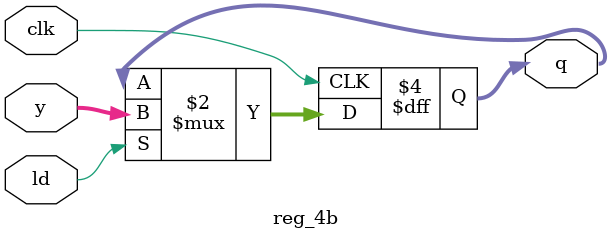
<source format=v>
module reg_4b(y,ld,clk,q);
  input [3:0]y;
  input ld,clk;
  output[3:0]q;
  reg [3:0]q;
  always@(posedge clk)
    if(ld)
      q<=y;
      
  endmodule

</source>
